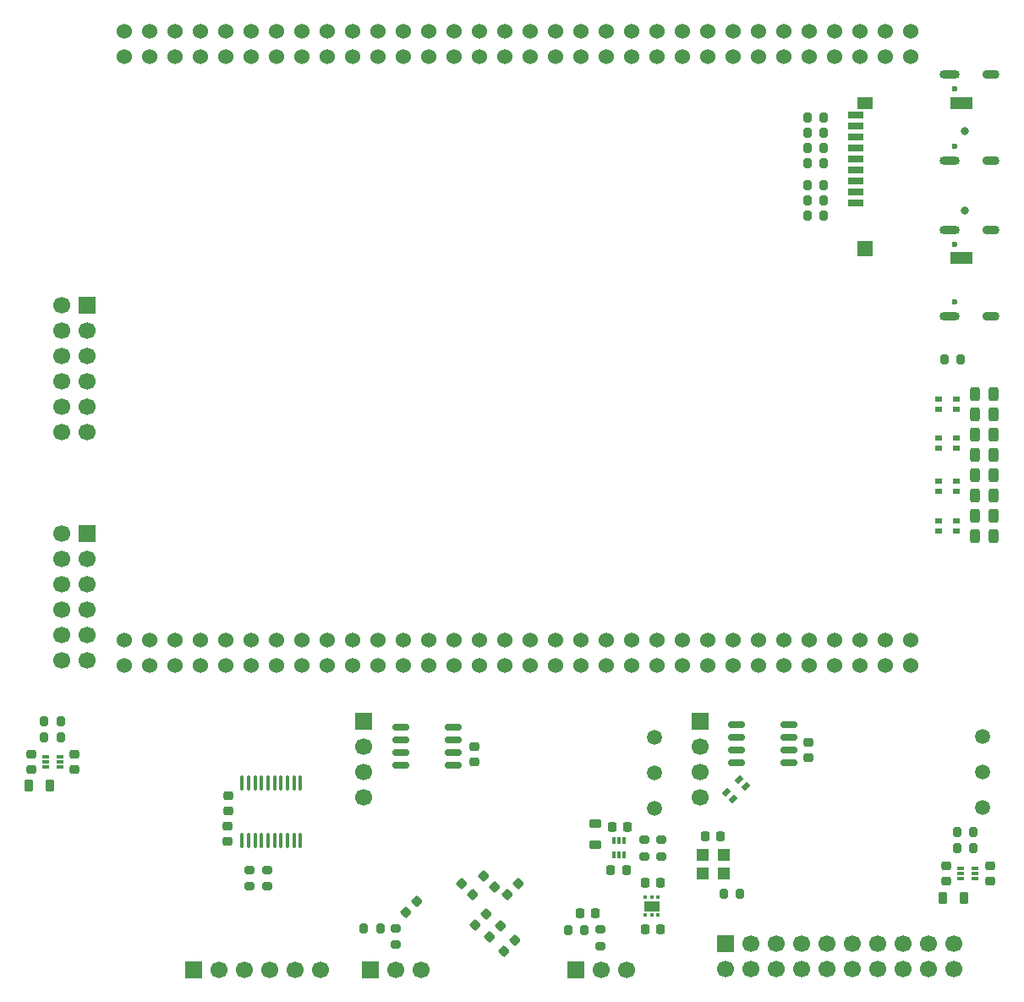
<source format=gbs>
G04 #@! TF.GenerationSoftware,KiCad,Pcbnew,9.0.2-2.fc42*
G04 #@! TF.CreationDate,2025-07-11T19:52:54+03:00*
G04 #@! TF.ProjectId,QMTECH_XC7A100T-Expantion-Board,514d5445-4348-45f5-9843-374131303054,rev?*
G04 #@! TF.SameCoordinates,Original*
G04 #@! TF.FileFunction,Soldermask,Bot*
G04 #@! TF.FilePolarity,Negative*
%FSLAX46Y46*%
G04 Gerber Fmt 4.6, Leading zero omitted, Abs format (unit mm)*
G04 Created by KiCad (PCBNEW 9.0.2-2.fc42) date 2025-07-11 19:52:54*
%MOMM*%
%LPD*%
G01*
G04 APERTURE LIST*
G04 Aperture macros list*
%AMRoundRect*
0 Rectangle with rounded corners*
0 $1 Rounding radius*
0 $2 $3 $4 $5 $6 $7 $8 $9 X,Y pos of 4 corners*
0 Add a 4 corners polygon primitive as box body*
4,1,4,$2,$3,$4,$5,$6,$7,$8,$9,$2,$3,0*
0 Add four circle primitives for the rounded corners*
1,1,$1+$1,$2,$3*
1,1,$1+$1,$4,$5*
1,1,$1+$1,$6,$7*
1,1,$1+$1,$8,$9*
0 Add four rect primitives between the rounded corners*
20,1,$1+$1,$2,$3,$4,$5,0*
20,1,$1+$1,$4,$5,$6,$7,0*
20,1,$1+$1,$6,$7,$8,$9,0*
20,1,$1+$1,$8,$9,$2,$3,0*%
%AMRotRect*
0 Rectangle, with rotation*
0 The origin of the aperture is its center*
0 $1 length*
0 $2 width*
0 $3 Rotation angle, in degrees counterclockwise*
0 Add horizontal line*
21,1,$1,$2,0,0,$3*%
G04 Aperture macros list end*
%ADD10R,1.700000X1.700000*%
%ADD11C,1.700000*%
%ADD12C,0.600000*%
%ADD13O,2.000000X0.900000*%
%ADD14O,1.700000X0.900000*%
%ADD15C,1.524000*%
%ADD16RoundRect,0.243750X0.243750X0.456250X-0.243750X0.456250X-0.243750X-0.456250X0.243750X-0.456250X0*%
%ADD17C,1.500000*%
%ADD18R,0.800000X0.500000*%
%ADD19RoundRect,0.200000X0.200000X0.275000X-0.200000X0.275000X-0.200000X-0.275000X0.200000X-0.275000X0*%
%ADD20RoundRect,0.225000X0.250000X-0.225000X0.250000X0.225000X-0.250000X0.225000X-0.250000X-0.225000X0*%
%ADD21RoundRect,0.225000X-0.335876X-0.017678X-0.017678X-0.335876X0.335876X0.017678X0.017678X0.335876X0*%
%ADD22RoundRect,0.200000X-0.200000X-0.275000X0.200000X-0.275000X0.200000X0.275000X-0.200000X0.275000X0*%
%ADD23RoundRect,0.200000X-0.275000X0.200000X-0.275000X-0.200000X0.275000X-0.200000X0.275000X0.200000X0*%
%ADD24RoundRect,0.225000X-0.225000X-0.250000X0.225000X-0.250000X0.225000X0.250000X-0.225000X0.250000X0*%
%ADD25RoundRect,0.225000X-0.017678X0.335876X-0.335876X0.017678X0.017678X-0.335876X0.335876X-0.017678X0*%
%ADD26RoundRect,0.225000X-0.250000X0.225000X-0.250000X-0.225000X0.250000X-0.225000X0.250000X0.225000X0*%
%ADD27RoundRect,0.200000X0.275000X-0.200000X0.275000X0.200000X-0.275000X0.200000X-0.275000X-0.200000X0*%
%ADD28RoundRect,0.218750X0.218750X0.381250X-0.218750X0.381250X-0.218750X-0.381250X0.218750X-0.381250X0*%
%ADD29RoundRect,0.087500X0.250000X0.087500X-0.250000X0.087500X-0.250000X-0.087500X0.250000X-0.087500X0*%
%ADD30C,0.800000*%
%ADD31R,1.600000X0.700000*%
%ADD32R,2.200000X1.200000*%
%ADD33R,1.500000X1.200000*%
%ADD34R,1.500000X1.600000*%
%ADD35R,1.300000X1.200000*%
%ADD36RoundRect,0.225000X0.017678X-0.335876X0.335876X-0.017678X-0.017678X0.335876X-0.335876X0.017678X0*%
%ADD37RoundRect,0.218750X0.381250X-0.218750X0.381250X0.218750X-0.381250X0.218750X-0.381250X-0.218750X0*%
%ADD38RoundRect,0.087500X0.087500X-0.250000X0.087500X0.250000X-0.087500X0.250000X-0.087500X-0.250000X0*%
%ADD39RoundRect,0.093750X0.106250X-0.093750X0.106250X0.093750X-0.106250X0.093750X-0.106250X-0.093750X0*%
%ADD40R,1.600000X1.000000*%
%ADD41RoundRect,0.150000X0.675000X0.150000X-0.675000X0.150000X-0.675000X-0.150000X0.675000X-0.150000X0*%
%ADD42RotRect,0.800000X0.500000X225.000000*%
%ADD43RoundRect,0.225000X0.225000X0.250000X-0.225000X0.250000X-0.225000X-0.250000X0.225000X-0.250000X0*%
%ADD44RoundRect,0.100000X-0.100000X0.637500X-0.100000X-0.637500X0.100000X-0.637500X0.100000X0.637500X0*%
G04 APERTURE END LIST*
D10*
X129413000Y-111633000D03*
D11*
X129413000Y-114173000D03*
X129413000Y-116713000D03*
X129413000Y-119253000D03*
D10*
X95758000Y-111633000D03*
D11*
X95758000Y-114173000D03*
X95758000Y-116713000D03*
X95758000Y-119253000D03*
D10*
X68072000Y-69977000D03*
D11*
X65532000Y-69977000D03*
X68072000Y-72517000D03*
X65532000Y-72517000D03*
X68072000Y-75057000D03*
X65532000Y-75057000D03*
X68072000Y-77597000D03*
X65532000Y-77597000D03*
X68072000Y-80137000D03*
X65532000Y-80137000D03*
X68072000Y-82677000D03*
X65532000Y-82677000D03*
D12*
X154907600Y-69643200D03*
X154907600Y-63863200D03*
D13*
X154427600Y-71073200D03*
D14*
X158597600Y-71073200D03*
D13*
X154427600Y-62433200D03*
D14*
X158597600Y-62433200D03*
D15*
X71755000Y-45085000D03*
X71755000Y-42545000D03*
X74295000Y-45085000D03*
X74295000Y-42545000D03*
X76835000Y-45085000D03*
X76835000Y-42545000D03*
X79375000Y-45085000D03*
X79375000Y-42545000D03*
X81915000Y-45085000D03*
X81915000Y-42545000D03*
X84455000Y-45085000D03*
X84455000Y-42545000D03*
X86995000Y-45085000D03*
X86995000Y-42545000D03*
X89535000Y-45085000D03*
X89535000Y-42545000D03*
X92075000Y-45085000D03*
X92075000Y-42545000D03*
X94615000Y-45085000D03*
X94615000Y-42545000D03*
X97155000Y-45085000D03*
X97155000Y-42545000D03*
X99695000Y-45085000D03*
X99695000Y-42545000D03*
X102235000Y-45085000D03*
X102235000Y-42545000D03*
X104775000Y-45085000D03*
X104775000Y-42545000D03*
X107315000Y-45085000D03*
X107315000Y-42545000D03*
X109855000Y-45085000D03*
X109855000Y-42545000D03*
X112395000Y-45085000D03*
X112395000Y-42545000D03*
X114935000Y-45085000D03*
X114935000Y-42545000D03*
X117475000Y-45085000D03*
X117475000Y-42545000D03*
X120015000Y-45085000D03*
X120015000Y-42545000D03*
X122555000Y-45085000D03*
X122555000Y-42545000D03*
X125095000Y-45085000D03*
X125095000Y-42545000D03*
X127635000Y-45085000D03*
X127635000Y-42545000D03*
X130175000Y-45085000D03*
X130175000Y-42545000D03*
X132715000Y-45085000D03*
X132715000Y-42545000D03*
X135255000Y-45085000D03*
X135255000Y-42545000D03*
X137795000Y-45085000D03*
X137795000Y-42545000D03*
X140335000Y-45085000D03*
X140335000Y-42545000D03*
X142875000Y-45085000D03*
X142875000Y-42545000D03*
X145415000Y-45085000D03*
X145415000Y-42545000D03*
X147955000Y-45085000D03*
X147955000Y-42545000D03*
X150495000Y-45085000D03*
X150495000Y-42545000D03*
X71755000Y-106045000D03*
X71755000Y-103505000D03*
X74295000Y-106045000D03*
X74295000Y-103505000D03*
X76835000Y-106045000D03*
X76835000Y-103505000D03*
X79375000Y-106045000D03*
X79375000Y-103505000D03*
X81915000Y-106045000D03*
X81915000Y-103505000D03*
X84455000Y-106045000D03*
X84455000Y-103505000D03*
X86995000Y-106045000D03*
X86995000Y-103505000D03*
X89535000Y-106045000D03*
X89535000Y-103505000D03*
X92075000Y-106045000D03*
X92075000Y-103505000D03*
X94615000Y-106045000D03*
X94615000Y-103505000D03*
X97155000Y-106045000D03*
X97155000Y-103505000D03*
X99695000Y-106045000D03*
X99695000Y-103505000D03*
X102235000Y-106045000D03*
X102235000Y-103505000D03*
X104775000Y-106045000D03*
X104775000Y-103505000D03*
X107315000Y-106045000D03*
X107315000Y-103505000D03*
X109855000Y-106045000D03*
X109855000Y-103505000D03*
X112395000Y-106045000D03*
X112395000Y-103505000D03*
X114935000Y-106045000D03*
X114935000Y-103505000D03*
X117475000Y-106045000D03*
X117475000Y-103505000D03*
X120015000Y-106045000D03*
X120015000Y-103505000D03*
X122555000Y-106045000D03*
X122555000Y-103505000D03*
X125095000Y-106045000D03*
X125095000Y-103505000D03*
X127635000Y-106045000D03*
X127635000Y-103505000D03*
X130175000Y-106045000D03*
X130175000Y-103505000D03*
X132715000Y-106045000D03*
X132715000Y-103505000D03*
X135255000Y-106045000D03*
X135255000Y-103505000D03*
X137795000Y-106045000D03*
X137795000Y-103505000D03*
X140335000Y-106045000D03*
X140335000Y-103505000D03*
X142875000Y-106045000D03*
X142875000Y-103505000D03*
X145415000Y-106045000D03*
X145415000Y-103505000D03*
X147955000Y-106045000D03*
X147955000Y-103505000D03*
X150495000Y-106045000D03*
X150495000Y-103505000D03*
D10*
X116967000Y-136525000D03*
D11*
X119507000Y-136525000D03*
X122046999Y-136525000D03*
D10*
X68072000Y-92862000D03*
D11*
X65532000Y-92862000D03*
X68072000Y-95402000D03*
X65532000Y-95402000D03*
X68072000Y-97942000D03*
X65532000Y-97942000D03*
X68072000Y-100482000D03*
X65532000Y-100482000D03*
X68072000Y-103022000D03*
X65532000Y-103022000D03*
X68072000Y-105562000D03*
X65532000Y-105562000D03*
D10*
X78740000Y-136525000D03*
D11*
X81280000Y-136525000D03*
X83819999Y-136525000D03*
X86360000Y-136525000D03*
X88900000Y-136525000D03*
X91440000Y-136525000D03*
D10*
X96393000Y-136525000D03*
D11*
X98933000Y-136525000D03*
X101472999Y-136525000D03*
D10*
X131983000Y-133965000D03*
D11*
X131983000Y-136505000D03*
X134523000Y-133965000D03*
X134523000Y-136505000D03*
X137062999Y-133965000D03*
X137063000Y-136505000D03*
X139603000Y-133965000D03*
X139603000Y-136505000D03*
X142143000Y-133965000D03*
X142143000Y-136505000D03*
X144683000Y-133965000D03*
X144683000Y-136505000D03*
X147223000Y-133965000D03*
X147223000Y-136505000D03*
X149763001Y-133965000D03*
X149763000Y-136505000D03*
X152303000Y-133965000D03*
X152303000Y-136505000D03*
X154843000Y-133965000D03*
X154843000Y-136505000D03*
D12*
X154901001Y-54071000D03*
X154901001Y-48291000D03*
D13*
X154421001Y-55501000D03*
D14*
X158591001Y-55501000D03*
D13*
X154421001Y-46861000D03*
D14*
X158591001Y-46861000D03*
D16*
X158823900Y-82956400D03*
X156948900Y-82956400D03*
X158823900Y-80924400D03*
X156948900Y-80924400D03*
D17*
X124841000Y-116834000D03*
D18*
X153278000Y-92600399D03*
X153278000Y-91600401D03*
X155078000Y-91600401D03*
X155078000Y-92600399D03*
D19*
X65418500Y-111641000D03*
X63768500Y-111641000D03*
D20*
X66803300Y-116505400D03*
X66803300Y-114955400D03*
D17*
X157734000Y-116719000D03*
X124841000Y-113284000D03*
D20*
X106850000Y-115710000D03*
X106850000Y-114160000D03*
D16*
X158823900Y-84988400D03*
X156948900Y-84988400D03*
D21*
X105522392Y-127925192D03*
X106618408Y-129021208D03*
D22*
X140176798Y-52731400D03*
X141826798Y-52731400D03*
D23*
X86106000Y-126556000D03*
X86106000Y-128206000D03*
D24*
X120586200Y-122212100D03*
X122136200Y-122212100D03*
D22*
X140176798Y-54255399D03*
X141826798Y-54255399D03*
D25*
X101106608Y-129677792D03*
X100010592Y-130773808D03*
D24*
X123940700Y-127847600D03*
X125490700Y-127847600D03*
D26*
X82143600Y-122161000D03*
X82143600Y-123711000D03*
D16*
X158823900Y-93141800D03*
X156948900Y-93141800D03*
X158823900Y-91109800D03*
X156948900Y-91109800D03*
D17*
X157734000Y-120269000D03*
D27*
X125501400Y-125196100D03*
X125501400Y-123546100D03*
D17*
X157734000Y-113169000D03*
D20*
X154051000Y-127698800D03*
X154051000Y-126148800D03*
D16*
X158823900Y-78867000D03*
X156948900Y-78867000D03*
D22*
X140176799Y-55779400D03*
X141826799Y-55779400D03*
D19*
X117868200Y-132588000D03*
X116218200Y-132588000D03*
D28*
X64333900Y-118110000D03*
X62208900Y-118110000D03*
D29*
X156922500Y-126423800D03*
X156922500Y-126923800D03*
X156922500Y-127423800D03*
X155497500Y-127423800D03*
X155497500Y-126923800D03*
X155497500Y-126423800D03*
D30*
X155973800Y-52538200D03*
X155973800Y-60538200D03*
D31*
X144973800Y-59738200D03*
X144973800Y-58638200D03*
X144973800Y-57538200D03*
X144973800Y-56438200D03*
X144973800Y-55338200D03*
X144973800Y-54238200D03*
X144973800Y-53138200D03*
X144973800Y-52038200D03*
X144973800Y-50938200D03*
D32*
X155573800Y-49738200D03*
D33*
X145973800Y-49738200D03*
D34*
X145973800Y-64338200D03*
D32*
X155573800Y-65238200D03*
D35*
X129675199Y-125008600D03*
X131775201Y-125008600D03*
X131775201Y-126908600D03*
X129675199Y-126908600D03*
D29*
X65306000Y-115205000D03*
X65306001Y-115705000D03*
X65306000Y-116205000D03*
X63881000Y-116205000D03*
X63880999Y-115705000D03*
X63881000Y-115205000D03*
D22*
X131788400Y-128955800D03*
X133438400Y-128955800D03*
D36*
X106919392Y-132043808D03*
X108015408Y-130947792D03*
D19*
X97409000Y-132435600D03*
X95759000Y-132435600D03*
D24*
X129908000Y-123129000D03*
X131458000Y-123129000D03*
D19*
X155536400Y-75412600D03*
X153886400Y-75412600D03*
D25*
X111215808Y-127925192D03*
X110119792Y-129021208D03*
D27*
X98933000Y-134022600D03*
X98933000Y-132372600D03*
D18*
X153278000Y-84319999D03*
X153278000Y-83320001D03*
X155078000Y-83320001D03*
X155078000Y-84319999D03*
D25*
X110885608Y-133614792D03*
X109789592Y-134710808D03*
D27*
X119456200Y-134175000D03*
X119456200Y-132525000D03*
D16*
X158823900Y-87045800D03*
X156948900Y-87045800D03*
D37*
X118948200Y-124036600D03*
X118948200Y-121911600D03*
D22*
X63768500Y-113292001D03*
X65418500Y-113292001D03*
D25*
X109463208Y-132141592D03*
X108367192Y-133237608D03*
D22*
X140170400Y-59512199D03*
X141820400Y-59512199D03*
D20*
X158496000Y-127698800D03*
X158496000Y-126148800D03*
D24*
X117411200Y-130911600D03*
X118961200Y-130911600D03*
D22*
X140170399Y-61036198D03*
X141820399Y-61036198D03*
X155131000Y-124383800D03*
X156781000Y-124383800D03*
D38*
X121777000Y-125045500D03*
X121277000Y-125045501D03*
X120777000Y-125045500D03*
X120777000Y-123620500D03*
X121277000Y-123620499D03*
X121777000Y-123620500D03*
D18*
X153278000Y-88604598D03*
X153278000Y-87604600D03*
X155078000Y-87604600D03*
X155078000Y-88604598D03*
D39*
X125237000Y-131061000D03*
X124587000Y-131061000D03*
X123937000Y-131061000D03*
X123937000Y-129286000D03*
X124587000Y-129286000D03*
X125237000Y-129286000D03*
D40*
X124587000Y-130173500D03*
D41*
X104691000Y-112268000D03*
X104691000Y-113538000D03*
X104691000Y-114808000D03*
X104691000Y-116078000D03*
X99441000Y-116078000D03*
X99441000Y-114808000D03*
X99441000Y-113538000D03*
X99441000Y-112268000D03*
D22*
X140176799Y-51207401D03*
X141826799Y-51207401D03*
D42*
X133328043Y-117501051D03*
X134035149Y-118208157D03*
X132762357Y-119480949D03*
X132055251Y-118773843D03*
D23*
X84328000Y-126556000D03*
X84328000Y-128206000D03*
D41*
X138346000Y-112014000D03*
X138346000Y-113284000D03*
X138346000Y-114554000D03*
X138346000Y-115824000D03*
X133096000Y-115824000D03*
X133096000Y-114554000D03*
X133096000Y-113284000D03*
X133096000Y-112014000D03*
D28*
X155875500Y-129336800D03*
X153750500Y-129336800D03*
D21*
X107757592Y-127163192D03*
X108853608Y-128259208D03*
D20*
X140293000Y-115329000D03*
X140293000Y-113779000D03*
X62485300Y-116505400D03*
X62485300Y-114955400D03*
D22*
X140170400Y-57988200D03*
X141820400Y-57988200D03*
D19*
X156781000Y-122732800D03*
X155131000Y-122732800D03*
D17*
X124841000Y-120384000D03*
D24*
X120484599Y-126555500D03*
X122034599Y-126555500D03*
D16*
X158823900Y-89077800D03*
X156948900Y-89077800D03*
D43*
X125465300Y-132521200D03*
X123915300Y-132521200D03*
D23*
X123850401Y-123546100D03*
X123850401Y-125196100D03*
D44*
X83562000Y-117848000D03*
X84212000Y-117848000D03*
X84862000Y-117848000D03*
X85512000Y-117848000D03*
X86162000Y-117848000D03*
X86812000Y-117848000D03*
X87462000Y-117848000D03*
X88112000Y-117848000D03*
X88762000Y-117848000D03*
X89412000Y-117848000D03*
X89412000Y-123573000D03*
X88762000Y-123573000D03*
X88112000Y-123573000D03*
X87462000Y-123573000D03*
X86812000Y-123573000D03*
X86162000Y-123573000D03*
X85512000Y-123573000D03*
X84862000Y-123573000D03*
X84212000Y-123573000D03*
X83562000Y-123573000D03*
D18*
X153278000Y-80382999D03*
X153278000Y-79383001D03*
X155078000Y-79383001D03*
X155078000Y-80382999D03*
D26*
X82169000Y-119113000D03*
X82169000Y-120663000D03*
M02*

</source>
